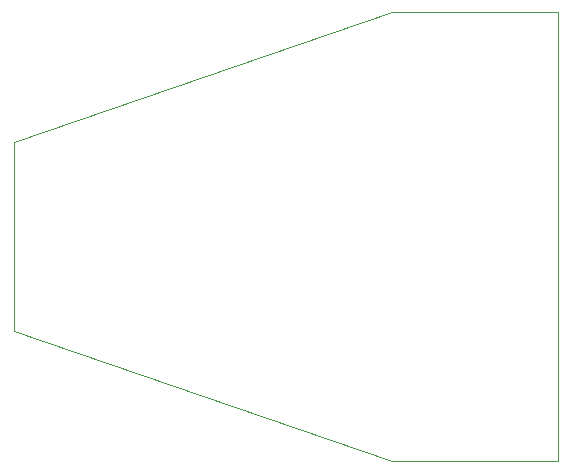
<source format=gbr>
G04 #@! TF.GenerationSoftware,KiCad,Pcbnew,5.1.6*
G04 #@! TF.CreationDate,2020-10-03T13:29:01+02:00*
G04 #@! TF.ProjectId,TagConnect2ARM,54616743-6f6e-46e6-9563-743241524d2e,rev?*
G04 #@! TF.SameCoordinates,Original*
G04 #@! TF.FileFunction,Profile,NP*
%FSLAX46Y46*%
G04 Gerber Fmt 4.6, Leading zero omitted, Abs format (unit mm)*
G04 Created by KiCad (PCBNEW 5.1.6) date 2020-10-03 13:29:01*
%MOMM*%
%LPD*%
G01*
G04 APERTURE LIST*
G04 #@! TA.AperFunction,Profile*
%ADD10C,0.120000*%
G04 #@! TD*
G04 APERTURE END LIST*
D10*
X159000000Y-126000000D02*
X159000000Y-88000000D01*
X145000000Y-126000000D02*
X159000000Y-126000000D01*
X113000000Y-115000000D02*
X145000000Y-126000000D01*
X113000000Y-99000000D02*
X113000000Y-115000000D01*
X145000000Y-88000000D02*
X113000000Y-99000000D01*
X159000000Y-88000000D02*
X145000000Y-88000000D01*
M02*

</source>
